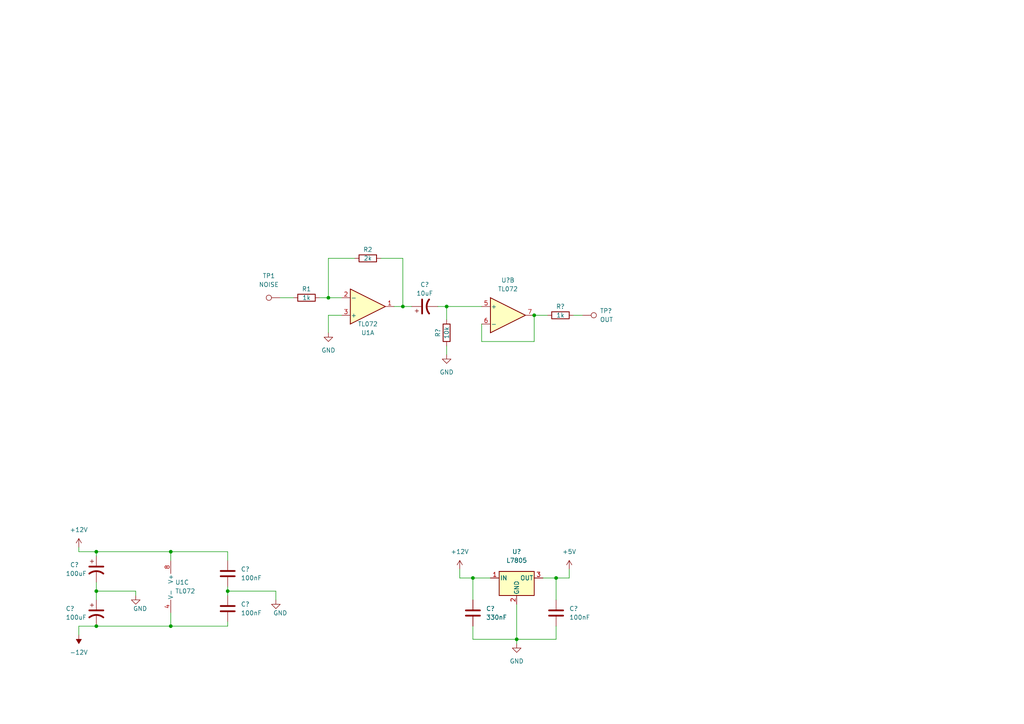
<source format=kicad_sch>
(kicad_sch (version 20211123) (generator eeschema)
  (paper "A4")
  (lib_symbols
    (symbol "Amplifier_Operational:TL072" (pin_names (offset 0.127))
      (property "Reference" "U" (at 0 5.08 0))
      (property "Value" "TL072" (at 0 -5.08 0))
      (symbol "TL072_1_1"
        (polyline (pts (xy -5.08 5.08) (xy 5.08 0) (xy -5.08 -5.08) (xy -5.08 5.08)) (stroke (width 0.254)) (fill (type background)))
        (pin output line (at 7.62 0 180) (length 2.54) (name "~") (number "1"))
        (pin input line (at -7.62 -2.54 0) (length 2.54) (name "-") (number "2"))
        (pin input line (at -7.62 2.54 0) (length 2.54) (name "+") (number "3"))
      )
      (symbol "TL072_2_1"
        (polyline (pts (xy -5.08 5.08) (xy 5.08 0) (xy -5.08 -5.08) (xy -5.08 5.08)) (stroke (width 0.254)) (fill (type background)))
        (pin input line (at -7.62 2.54 0) (length 2.54) (name "+") (number "5"))
        (pin input line (at -7.62 -2.54 0) (length 2.54) (name "-") (number "6"))
        (pin output line (at 7.62 0 180) (length 2.54) (name "~") (number "7"))
      )
      (symbol "TL072_3_1"
        (pin power_in line (at -2.54 -7.62 90) (length 3.81) (name "V-") (number "4"))
        (pin power_in line (at -2.54 7.62 270) (length 3.81) (name "V+") (number "8"))
      )
    )
    (symbol "Connector:TestPoint" (pin_numbers hide) (pin_names (offset 0.762) hide)
      (property "Reference" "TP" (at 0 6.858 0))
      (property "Value" "TestPoint" (at 0 5.08 0))
      (symbol "TestPoint_0_1"
        (circle (center 0 3.302) (radius 0.762))
      )
      (symbol "TestPoint_1_1"
        (pin passive line (at 0 0 90) (length 2.54) (name "1") (number "1"))
      )
    )
    (symbol "Device:C" (pin_numbers hide) (pin_names (offset 0.254))
      (property "Reference" "C" (at 0.635 2.54 0))
      (property "Value" "C" (at 0.635 -2.54 0))
      (symbol "C_0_1"
        (polyline (pts (xy -2.032 -0.762) (xy 2.032 -0.762)) (stroke (width 0.508)))
        (polyline (pts (xy -2.032 0.762) (xy 2.032 0.762)) (stroke (width 0.508)))
      )
      (symbol "C_1_1"
        (pin passive line (at 0 3.81 270) (length 2.794) (name "~") (number "1"))
        (pin passive line (at 0 -3.81 90) (length 2.794) (name "~") (number "2"))
      )
    )
    (symbol "Device:C_Polarized_US" (pin_numbers hide) (pin_names (offset 0.254) hide)
      (property "Reference" "C" (at 0.635 2.54 0))
      (property "Value" "C_Polarized_US" (at 0.635 -2.54 0))
      (symbol "C_Polarized_US_0_1"
        (polyline (pts (xy -2.032 0.762) (xy 2.032 0.762)) (stroke (width 0.508)))
        (polyline (pts (xy -1.778 2.286) (xy -0.762 2.286)))
        (polyline (pts (xy -1.27 1.778) (xy -1.27 2.794)))
        (arc (start 2.032 -1.27) (mid 0 -0.5572) (end -2.032 -1.27) (stroke (width 0.508)))
      )
      (symbol "C_Polarized_US_1_1"
        (pin passive line (at 0 3.81 270) (length 2.794) (name "~") (number "1"))
        (pin passive line (at 0 -3.81 90) (length 3.302) (name "~") (number "2"))
      )
    )
    (symbol "Device:R" (pin_numbers hide) (pin_names (offset 0))
      (property "Reference" "R" (at 2.032 0 90))
      (property "Value" "R" (at 0 0 90))
      (symbol "R_0_1"
        (rectangle (start -1.016 -2.54) (end 1.016 2.54) (stroke (width 0.254)))
      )
      (symbol "R_1_1"
        (pin passive line (at 0 3.81 270) (length 1.27) (name "~") (number "1"))
        (pin passive line (at 0 -3.81 90) (length 1.27) (name "~") (number "2"))
      )
    )
    (symbol "Regulator_Linear:L7805" (pin_names (offset 0.254))
      (property "Reference" "U" (at -3.81 3.175 0))
      (property "Value" "L7805" (at 0 3.175 0))
      (symbol "L7805_0_1"
        (rectangle (start -5.08 1.905) (end 5.08 -5.08) (stroke (width 0.254)) (fill (type background)))
      )
      (symbol "L7805_1_1"
        (pin power_in line (at -7.62 0 0) (length 2.54) (name "IN") (number "1"))
        (pin power_in line (at 0 -7.62 90) (length 2.54) (name "GND") (number "2"))
        (pin power_out line (at 7.62 0 180) (length 2.54) (name "OUT") (number "3"))
      )
    )
    (symbol "power:+12V" (power) (pin_names (offset 0))
      (property "Value" "+12V" (at 0 3.556 0))
      (symbol "+12V_0_1"
        (polyline (pts (xy -0.762 1.27) (xy 0 2.54)))
        (polyline (pts (xy 0 0) (xy 0 2.54)))
        (polyline (pts (xy 0 2.54) (xy 0.762 1.27)))
      )
      (symbol "+12V_1_1"
        (pin power_in line (at 0 0 90) (length 0) hide (name "+12V") (number "1"))
      )
    )
    (symbol "power:+5V" (power) (pin_names (offset 0))
      (property "Value" "+5V" (at 0 3.556 0))
      (symbol "+5V_0_1"
        (polyline (pts (xy -0.762 1.27) (xy 0 2.54)))
        (polyline (pts (xy 0 0) (xy 0 2.54)))
        (polyline (pts (xy 0 2.54) (xy 0.762 1.27)))
      )
      (symbol "+5V_1_1"
        (pin power_in line (at 0 0 90) (length 0) hide (name "+5V") (number "1"))
      )
    )
    (symbol "power:-12V" (power) (pin_names (offset 0))
      (property "Value" "-12V" (at 0 3.81 0))
      (symbol "-12V_0_0"
        (pin power_in line (at 0 0 90) (length 0) hide (name "-12V") (number "1"))
      )
      (symbol "-12V_0_1"
        (polyline (pts (xy 0 0) (xy 0 1.27) (xy 0.762 1.27) (xy 0 2.54) (xy -0.762 1.27) (xy 0 1.27)) (fill (type outline)))
      )
    )
    (symbol "power:GND" (power) (pin_names (offset 0))
      (property "Value" "GND" (at 0 -3.81 0))
      (symbol "GND_0_1"
        (polyline (pts (xy 0 0) (xy 0 -1.27) (xy 1.27 -1.27) (xy 0 -2.54) (xy -1.27 -1.27) (xy 0 -1.27)))
      )
      (symbol "GND_1_1"
        (pin power_in line (at 0 0 270) (length 0) hide (name "GND") (number "1"))
      )
    )
  )
  (junction (at 116.84 88.9))
  (junction (at 95.25 86.36))
  (junction (at 149.86 185.42))
  (junction (at 27.94 181.61))
  (junction (at 66.04 171.45))
  (junction (at 161.29 167.64))
  (junction (at 49.53 181.61))
  (junction (at 154.94 91.44))
  (junction (at 137.16 167.64))
  (junction (at 49.53 160.02))
  (junction (at 27.94 160.02))
  (junction (at 27.94 171.45))
  (junction (at 129.54 88.9))
  (wire (pts (xy 49.53 160.02) (xy 27.94 160.02)))
  (wire (pts (xy 129.54 88.9) (xy 129.54 92.71)))
  (wire (pts (xy 161.29 185.42) (xy 161.29 181.61)))
  (wire (pts (xy 139.7 99.06) (xy 154.94 99.06)))
  (wire (pts (xy 81.28 86.36) (xy 85.09 86.36)))
  (wire (pts (xy 137.16 167.64) (xy 137.16 173.99)))
  (wire (pts (xy 133.35 165.1) (xy 133.35 167.64)))
  (wire (pts (xy 157.48 167.64) (xy 161.29 167.64)))
  (wire (pts (xy 142.24 167.64) (xy 137.16 167.64)))
  (wire (pts (xy 49.53 160.02) (xy 66.04 160.02)))
  (wire (pts (xy 137.16 185.42) (xy 149.86 185.42)))
  (wire (pts (xy 102.87 74.93) (xy 95.25 74.93)))
  (wire (pts (xy 27.94 171.45) (xy 27.94 173.99)))
  (wire (pts (xy 66.04 171.45) (xy 66.04 170.18)))
  (wire (pts (xy 110.49 74.93) (xy 116.84 74.93)))
  (wire (pts (xy 39.37 172.72) (xy 39.37 171.45)))
  (wire (pts (xy 27.94 171.45) (xy 27.94 168.91)))
  (wire (pts (xy 149.86 185.42) (xy 149.86 186.69)))
  (wire (pts (xy 66.04 160.02) (xy 66.04 162.56)))
  (wire (pts (xy 95.25 74.93) (xy 95.25 86.36)))
  (wire (pts (xy 22.86 181.61) (xy 22.86 184.15)))
  (wire (pts (xy 27.94 181.61) (xy 22.86 181.61)))
  (wire (pts (xy 149.86 175.26) (xy 149.86 185.42)))
  (wire (pts (xy 149.86 185.42) (xy 161.29 185.42)))
  (wire (pts (xy 80.01 171.45) (xy 80.01 173.99)))
  (wire (pts (xy 129.54 88.9) (xy 139.7 88.9)))
  (wire (pts (xy 66.04 181.61) (xy 66.04 180.34)))
  (wire (pts (xy 116.84 88.9) (xy 119.38 88.9)))
  (wire (pts (xy 95.25 86.36) (xy 99.06 86.36)))
  (wire (pts (xy 49.53 162.56) (xy 49.53 160.02)))
  (wire (pts (xy 27.94 160.02) (xy 22.86 160.02)))
  (wire (pts (xy 22.86 160.02) (xy 22.86 158.75)))
  (wire (pts (xy 99.06 91.44) (xy 95.25 91.44)))
  (wire (pts (xy 116.84 74.93) (xy 116.84 88.9)))
  (wire (pts (xy 165.1 167.64) (xy 161.29 167.64)))
  (wire (pts (xy 127 88.9) (xy 129.54 88.9)))
  (wire (pts (xy 39.37 171.45) (xy 27.94 171.45)))
  (wire (pts (xy 80.01 171.45) (xy 66.04 171.45)))
  (wire (pts (xy 27.94 181.61) (xy 49.53 181.61)))
  (wire (pts (xy 116.84 88.9) (xy 114.3 88.9)))
  (wire (pts (xy 161.29 167.64) (xy 161.29 173.99)))
  (wire (pts (xy 137.16 181.61) (xy 137.16 185.42)))
  (wire (pts (xy 165.1 165.1) (xy 165.1 167.64)))
  (wire (pts (xy 66.04 171.45) (xy 66.04 172.72)))
  (wire (pts (xy 166.37 91.44) (xy 168.91 91.44)))
  (wire (pts (xy 49.53 181.61) (xy 66.04 181.61)))
  (wire (pts (xy 133.35 167.64) (xy 137.16 167.64)))
  (wire (pts (xy 154.94 99.06) (xy 154.94 91.44)))
  (wire (pts (xy 129.54 100.33) (xy 129.54 102.87)))
  (wire (pts (xy 49.53 181.61) (xy 49.53 177.8)))
  (wire (pts (xy 139.7 93.98) (xy 139.7 99.06)))
  (wire (pts (xy 95.25 91.44) (xy 95.25 96.52)))
  (wire (pts (xy 92.71 86.36) (xy 95.25 86.36)))
  (wire (pts (xy 27.94 161.29) (xy 27.94 160.02)))
  (wire (pts (xy 154.94 91.44) (xy 158.75 91.44)))
  (symbol (lib_id "Regulator_Linear:L7805") (at 149.86 167.64 0) (unit 1)
    (property "Reference" "U?" (at 149.86 160.02 0))
    (property "Value" "L7805" (at 149.86 162.56 0))
    (property "Datasheet" "http://www.st.com/content/ccc/resource/technical/document/datasheet/41/4f/b3/b0/12/d4/47/88/CD00000444.pdf/files/CD00000444.pdf/jcr:content/translations/en.CD00000444.pdf" (effects hide))
  )
  (symbol (lib_id "power:GND") (at 149.86 186.69 0) (unit 1)
    (property "Reference" "#PWR?" (effects hide))
    (property "Value" "GND" (at 149.86 191.77 0))
  )
  (symbol (lib_id "Device:R") (at 88.9 86.36 90) (unit 1)
    (property "Reference" "R1" (at 88.9 83.82 90))
    (property "Value" "1k" (at 88.9 86.36 90))
  )
  (symbol (lib_id "Device:R") (at 162.56 91.44 90) (unit 1)
    (property "Reference" "R?" (at 162.56 88.9 90))
    (property "Value" "1k" (at 162.56 91.44 90))
  )
  (symbol (lib_id "Connector:TestPoint") (at 168.91 91.44 270) (unit 1)
    (property "Reference" "TP?" (at 173.99 90.1699 90) (effects (justify left)))
    (property "Value" "OUT" (at 173.99 92.7099 90) (effects (justify left)))
  )
  (symbol (lib_id "Device:R") (at 129.54 96.52 180) (unit 1)
    (property "Reference" "R?" (at 127 96.52 90))
    (property "Value" "10k" (at 129.54 96.52 90))
  )
  (symbol (lib_id "Device:C_Polarized_US") (at 27.94 177.8 0) (unit 1)
    (property "Reference" "C?" (at 19.05 176.53 0) (effects (justify left)))
    (property "Value" "100uF" (at 19.05 179.07 0) (effects (justify left)))
  )
  (symbol (lib_id "power:+12V") (at 133.35 165.1 0) (unit 1)
    (property "Reference" "#PWR?" (effects hide))
    (property "Value" "+12V" (at 133.35 160.02 0))
  )
  (symbol (lib_id "power:+5V") (at 165.1 165.1 0) (unit 1)
    (property "Reference" "#PWR?" (effects hide))
    (property "Value" "+5V" (at 165.1 160.02 0))
  )
  (symbol (lib_id "power:GND") (at 129.54 102.87 0) (unit 1)
    (property "Reference" "#PWR?" (effects hide))
    (property "Value" "GND" (at 129.54 107.95 0))
  )
  (symbol (lib_id "power:GND") (at 80.01 173.99 0) (unit 1)
    (property "Reference" "#PWR?" (effects hide))
    (property "Value" "GND" (at 81.28 177.8 0))
  )
  (symbol (lib_id "Device:R") (at 106.68 74.93 90) (unit 1)
    (property "Reference" "R2" (at 106.68 72.39 90))
    (property "Value" "2k" (at 106.68 74.93 90))
  )
  (symbol (lib_id "Device:C") (at 137.16 177.8 0) (unit 1)
    (property "Reference" "C?" (at 140.97 176.5299 0) (effects (justify left)))
    (property "Value" "330nF" (at 140.97 179.0699 0) (effects (justify left)))
  )
  (symbol (lib_id "Device:C_Polarized_US") (at 123.19 88.9 90) (unit 1)
    (property "Reference" "C?" (at 123.19 82.55 90))
    (property "Value" "10uF" (at 123.19 85.09 90))
  )
  (symbol (lib_id "Amplifier_Operational:TL072") (at 147.32 91.44 0) (unit 2)
    (property "Reference" "U?" (at 147.32 81.28 0))
    (property "Value" "TL072" (at 147.32 83.82 0))
    (property "Datasheet" "http://www.ti.com/lit/ds/symlink/tl071.pdf" (effects hide))
  )
  (symbol (lib_id "power:-12V") (at 22.86 184.15 180) (unit 1)
    (property "Reference" "#PWR?" (effects hide))
    (property "Value" "-12V" (at 22.86 189.23 0))
  )
  (symbol (lib_id "Connector:TestPoint") (at 81.28 86.36 90) (unit 1)
    (property "Reference" "TP1" (at 77.978 80.01 90))
    (property "Value" "NOISE" (at 77.978 82.55 90))
  )
  (symbol (lib_id "power:GND") (at 95.25 96.52 0) (unit 1)
    (property "Reference" "#PWR01" (effects hide))
    (property "Value" "GND" (at 95.25 101.6 0))
  )
  (symbol (lib_id "Device:C_Polarized_US") (at 27.94 165.1 0) (unit 1)
    (property "Reference" "C?" (at 20.32 163.83 0) (effects (justify left)))
    (property "Value" "100uF" (at 19.05 166.37 0) (effects (justify left)))
  )
  (symbol (lib_id "Amplifier_Operational:TL072") (at 106.68 88.9 0) (mirror x) (unit 1)
    (property "Reference" "U1" (at 106.68 96.52 0))
    (property "Value" "TL072" (at 106.68 93.98 0))
    (property "Datasheet" "http://www.ti.com/lit/ds/symlink/tl071.pdf" (effects hide))
  )
  (symbol (lib_id "Device:C") (at 66.04 176.53 0) (unit 1)
    (property "Reference" "C?" (at 69.85 175.2599 0) (effects (justify left)))
    (property "Value" "100nF" (at 69.85 177.7999 0) (effects (justify left)))
  )
  (symbol (lib_id "Device:C") (at 66.04 166.37 0) (unit 1)
    (property "Reference" "C?" (at 69.85 165.0999 0) (effects (justify left)))
    (property "Value" "100nF" (at 69.85 167.6399 0) (effects (justify left)))
  )
  (symbol (lib_id "power:GND") (at 39.37 172.72 0) (unit 1)
    (property "Reference" "#PWR?" (effects hide))
    (property "Value" "GND" (at 40.64 176.53 0))
  )
  (symbol (lib_id "Device:C") (at 161.29 177.8 0) (unit 1)
    (property "Reference" "C?" (at 165.1 176.5299 0) (effects (justify left)))
    (property "Value" "100nF" (at 165.1 179.0699 0) (effects (justify left)))
  )
  (symbol (lib_id "Amplifier_Operational:TL072") (at 52.07 170.18 0) (unit 3)
    (property "Reference" "U1" (at 50.8 168.9099 0) (effects (justify left)))
    (property "Value" "TL072" (at 50.8 171.4499 0) (effects (justify left)))
    (property "Datasheet" "http://www.ti.com/lit/ds/symlink/tl071.pdf" (effects hide))
  )
  (symbol (lib_id "power:+12V") (at 22.86 158.75 0) (unit 1)
    (property "Reference" "#PWR?" (effects hide))
    (property "Value" "+12V" (at 22.86 153.67 0))
  )
)
</source>
